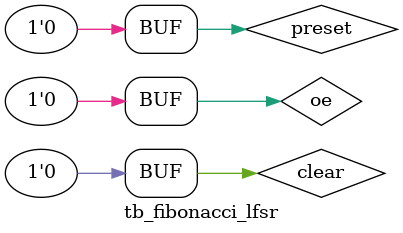
<source format=v>
module tb_fibonacci_lfsr();

reg oe;
reg preset;
reg clear;

wire [31:0]random;


initial begin
oe=1'b0;
preset=1'b1;
clear=1'b0;

#1100 preset=1'b0;

end

LFSR fibo(preset,clear,oe,random);


endmodule
</source>
